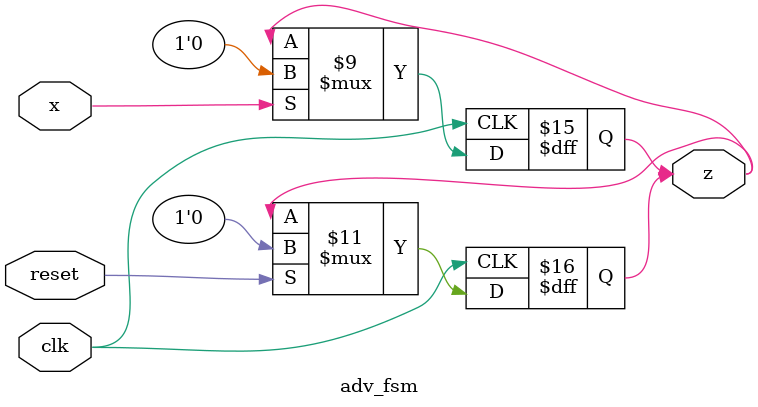
<source format=v>
module adv_fsm(
input clk,
input reset,
input x,
output z ); 
reg [1:0] present_state, next_state;
parameter IDLE=0, S1=1, S10=2, S101=3;
// output signal z is asserted to 1 when present_state is S101 
// present_state is reset to IDLE when rset is high
// otherwise it is assigned next state
// if present_state is IDLE, next_state is assigned S1 if x is 1, otherwise next_state stays at IDLE
// if present_state is S1, next_state is assigned S10 if x is 0, otherwise next_state stays at IDLE 
// if present_state is S10, next_state is assigned S101 if x is 1, otherwise next_state stays at IDLE 
// if present_state is S101, next_state is assigned IDLE


begin

	// reset output z after a reset signal is received
	always @(posedge clk)
	begin
		if(reset)
		begin
			z <= 0;
		end
	end
	

	// input is asserted low by default, so output is 0
	always @(negedge clk)
	begin
		if(x)
			z <= 0;
	end
	
	// assign next state to IDLE when reset signal is high 
	always @(posedge clk)
	begin
		if(reset)
		begin
			next_state <= IDLE;
		end
	end
	
	// when input is asserted high, transition to current state
	always @(posedge clk)
	begin
		if(x)
		begin
			next_state <= S1;
		end
	end
end
endmodule

</source>
